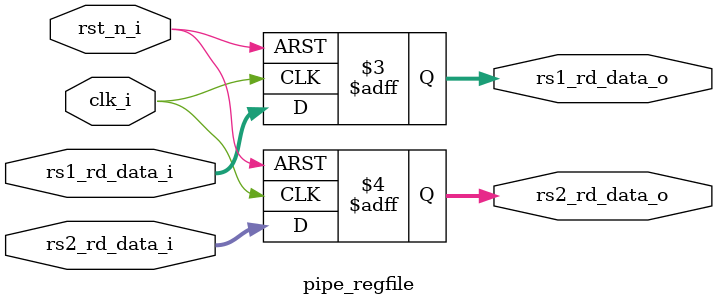
<source format=sv>
/*
 * pipe_regfile.sv
 *
 *  Created on: 2021-08-11 20:36
 *      Author: Jack Chen <redchenjs@live.com>
 */

module pipe_regfile #(
    parameter XLEN = 32
) (
    input logic clk_i,
    input logic rst_n_i,

    input logic [XLEN-1:0] rs1_rd_data_i,
    input logic [XLEN-1:0] rs2_rd_data_i,

    output logic [XLEN-1:0] rs1_rd_data_o,
    output logic [XLEN-1:0] rs2_rd_data_o
);

always_ff @(posedge clk_i or negedge rst_n_i)
begin
    if (!rst_n_i) begin
        rs1_rd_data_o <= {XLEN{1'b0}};
        rs2_rd_data_o <= {XLEN{1'b0}};
    end else begin
        rs1_rd_data_o <= rs1_rd_data_i;
        rs2_rd_data_o <= rs2_rd_data_i;
    end
end

endmodule

</source>
